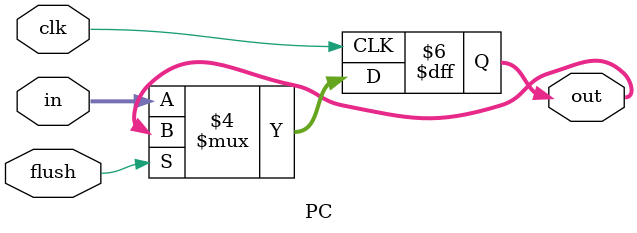
<source format=v>
module PC(input clk, input [31:0] in, output reg [31:0] out, input flush);
	initial out = 0;
	always @(posedge clk) begin
		if(!flush) out <= in;
	end
endmodule



</source>
